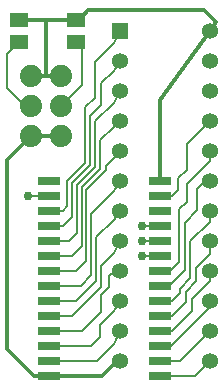
<source format=gbr>
G04 EAGLE Gerber RS-274X export*
G75*
%MOMM*%
%FSLAX34Y34*%
%LPD*%
%INTop Copper*%
%IPPOS*%
%AMOC8*
5,1,8,0,0,1.08239X$1,22.5*%
G01*
%ADD10R,1.358000X1.358000*%
%ADD11C,1.358000*%
%ADD12R,1.922000X0.650000*%
%ADD13R,1.500000X1.300000*%
%ADD14C,1.879600*%
%ADD15C,0.203200*%
%ADD16C,0.762000*%
%ADD17C,0.304800*%


D10*
X107950Y304800D03*
D11*
X107950Y279400D03*
X107950Y254000D03*
X107950Y228600D03*
X107950Y203200D03*
X107950Y177800D03*
X107950Y152400D03*
X107950Y127000D03*
X107950Y101600D03*
X107950Y76200D03*
X107950Y50800D03*
X107950Y25400D03*
X184150Y25400D03*
X184150Y50800D03*
X184150Y76200D03*
X184150Y101600D03*
X184150Y127000D03*
X184150Y152400D03*
X184150Y177800D03*
X184150Y203200D03*
X184150Y228600D03*
X184150Y254000D03*
X184150Y279400D03*
X184150Y304800D03*
D12*
X48110Y177800D03*
X48110Y165100D03*
X48110Y152400D03*
X48110Y139700D03*
X48110Y127000D03*
X48110Y114300D03*
X48110Y101600D03*
X48110Y88900D03*
X48110Y76200D03*
X48110Y63500D03*
X48110Y50800D03*
X48110Y38100D03*
X48110Y25400D03*
X48110Y12700D03*
X142390Y12700D03*
X142390Y25400D03*
X142390Y38100D03*
X142390Y50800D03*
X142390Y63500D03*
X142390Y76200D03*
X142390Y88900D03*
X142390Y101600D03*
X142390Y114300D03*
X142390Y127000D03*
X142390Y139700D03*
X142390Y152400D03*
X142390Y165100D03*
X142390Y177800D03*
D13*
X22860Y295300D03*
X22860Y314300D03*
X71120Y295300D03*
X71120Y314300D03*
D14*
X58420Y266700D03*
X33020Y266700D03*
X33020Y241300D03*
X58420Y241300D03*
X58420Y215900D03*
X33020Y215900D03*
D15*
X127000Y139700D02*
X142390Y139700D01*
D16*
X127000Y139700D03*
X127000Y127000D03*
D15*
X142390Y127000D01*
X184213Y228487D02*
X184150Y228600D01*
X184213Y228487D02*
X164608Y208882D01*
X164608Y187042D01*
X152400Y165100D02*
X142390Y165100D01*
X152400Y165100D02*
X157480Y170180D01*
X157480Y179914D02*
X164608Y187042D01*
X157480Y179914D02*
X157480Y170180D01*
X150667Y101600D02*
X142390Y101600D01*
X150667Y101600D02*
X158242Y109175D01*
X158242Y153718D01*
X164862Y160338D01*
X184508Y194492D02*
X184150Y195131D01*
X184150Y203200D01*
X164862Y174846D02*
X164862Y160338D01*
X164862Y174846D02*
X184508Y194492D01*
X149860Y88900D02*
X142390Y88900D01*
X149860Y88900D02*
X163068Y102108D01*
X163068Y142303D01*
X173498Y152733D02*
X173498Y170782D01*
X180516Y177800D02*
X184150Y177800D01*
X180516Y177800D02*
X173498Y170782D01*
X173498Y152733D02*
X163068Y142303D01*
X152400Y76200D02*
X142390Y76200D01*
X159004Y82804D02*
X159004Y86345D01*
X167894Y95235D01*
X184150Y143149D02*
X184069Y143253D01*
X184150Y143149D02*
X184150Y152400D01*
X167894Y127078D02*
X167894Y95235D01*
X167894Y127078D02*
X184069Y143253D01*
X159004Y82804D02*
X152400Y76200D01*
X152400Y63500D02*
X142390Y63500D01*
X152400Y63500D02*
X163830Y74930D01*
X163830Y83820D01*
X172720Y104140D02*
X184150Y115570D01*
X184150Y127000D01*
X172720Y92710D02*
X163830Y83820D01*
X172720Y92710D02*
X172720Y104140D01*
X184150Y101600D02*
X184150Y92710D01*
X168910Y77470D01*
X152400Y50800D02*
X142390Y50800D01*
X152400Y50800D02*
X168910Y67310D01*
X168910Y77470D01*
X184150Y76200D02*
X184150Y71120D01*
X151130Y38100D01*
X142390Y38100D01*
X158750Y25400D02*
X184150Y50800D01*
X158750Y25400D02*
X142390Y25400D01*
X171450Y12700D02*
X184150Y25400D01*
X171450Y12700D02*
X142390Y12700D01*
X63516Y177278D02*
X79010Y192772D01*
X63516Y177278D02*
X63516Y156210D01*
X102870Y294849D02*
X107950Y304800D01*
X102870Y294849D02*
X86891Y278870D01*
X86891Y248390D01*
X79010Y240509D01*
X79010Y192772D01*
X63516Y156210D02*
X59706Y152400D01*
X48110Y152400D01*
X67580Y175595D02*
X83074Y191089D01*
X67580Y175595D02*
X67580Y147320D01*
X102870Y270719D02*
X107950Y279400D01*
X67580Y147320D02*
X59960Y139700D01*
X48110Y139700D01*
X83074Y232934D02*
X92472Y242332D01*
X92472Y260321D01*
X102870Y270719D01*
X83074Y232934D02*
X83074Y191089D01*
X64770Y127000D02*
X48110Y127000D01*
X64770Y127000D02*
X71644Y133874D01*
X71644Y173911D01*
X87138Y189405D01*
X102870Y244049D02*
X107950Y254000D01*
X87138Y228317D02*
X87138Y189405D01*
X87138Y228317D02*
X102870Y244049D01*
X67310Y114300D02*
X48110Y114300D01*
X67310Y114300D02*
X75708Y122698D01*
X102870Y223729D02*
X107950Y228600D01*
X91202Y212061D02*
X91202Y187722D01*
X91202Y212061D02*
X102870Y223729D01*
X75708Y172228D02*
X75708Y122698D01*
X75708Y172228D02*
X91202Y187722D01*
X71120Y101600D02*
X48110Y101600D01*
X71120Y101600D02*
X79772Y110252D01*
X96520Y186899D02*
X96520Y190500D01*
X102870Y196850D01*
X107950Y203200D01*
X79772Y170151D02*
X79772Y110252D01*
X79772Y170151D02*
X96520Y186899D01*
X74930Y88900D02*
X48110Y88900D01*
X74930Y88900D02*
X83836Y97806D01*
X102870Y169119D02*
X107950Y177800D01*
X83836Y150085D02*
X83836Y97806D01*
X83836Y150085D02*
X102870Y169119D01*
X71120Y76200D02*
X48110Y76200D01*
X71120Y76200D02*
X87900Y92980D01*
X102870Y144989D02*
X107950Y152400D01*
X87900Y130019D02*
X87900Y92980D01*
X87900Y130019D02*
X102870Y144989D01*
X67310Y63500D02*
X48110Y63500D01*
X67310Y63500D02*
X91964Y88154D01*
X102870Y117049D02*
X107950Y127000D01*
X91964Y106143D02*
X91964Y88154D01*
X91964Y106143D02*
X102870Y117049D01*
X76200Y50800D02*
X48110Y50800D01*
X76200Y50800D02*
X92218Y66818D01*
X92218Y80997D01*
X99060Y87839D01*
X99060Y97790D02*
X107950Y101600D01*
X99060Y97790D02*
X99060Y87839D01*
X83820Y38100D02*
X48110Y38100D01*
X83820Y38100D02*
X91202Y45482D01*
X102870Y67519D02*
X107950Y76200D01*
X91202Y55851D02*
X91202Y45482D01*
X91202Y55851D02*
X102870Y67519D01*
X88900Y25400D02*
X48110Y25400D01*
X88900Y25400D02*
X102870Y39370D01*
X107950Y50800D01*
X12700Y285140D02*
X22860Y295300D01*
X12700Y256540D02*
X27940Y241300D01*
X33020Y241300D01*
X12700Y256540D02*
X12700Y285140D01*
D16*
X30480Y165100D03*
D15*
X48110Y165100D01*
X58420Y241300D02*
X76200Y259080D01*
X76200Y290220D01*
X71120Y295300D01*
X127000Y114300D02*
X142390Y114300D01*
D16*
X127000Y114300D03*
D17*
X142390Y177800D02*
X142390Y246136D01*
X184150Y304800D01*
X45720Y314300D02*
X22860Y314300D01*
X45720Y314300D02*
X71120Y314300D01*
X58420Y266700D02*
X45720Y266700D01*
X33020Y266700D01*
X71120Y314300D02*
X73591Y314300D01*
X81347Y322056D01*
X179594Y322056D01*
X189230Y312420D01*
X184150Y304800D01*
X45720Y314300D02*
X45720Y266700D01*
X48110Y12700D02*
X92710Y12700D01*
X102870Y22860D01*
X107950Y25400D01*
X12700Y195580D02*
X33020Y215900D01*
X35560Y12700D02*
X48110Y12700D01*
X12700Y35560D02*
X12700Y195580D01*
X12700Y35560D02*
X35560Y12700D01*
X33020Y215900D02*
X58420Y215900D01*
M02*

</source>
